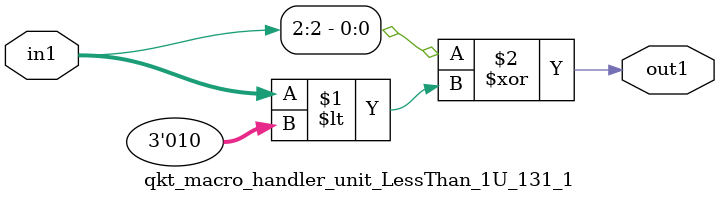
<source format=v>

`timescale 1ps / 1ps


module qkt_macro_handler_unit_LessThan_1U_131_1( in1, out1 );

    input [2:0] in1;
    output out1;

    
    // rtl_process:qkv_macro_handler_hub_LessThan_1U_68_1/qkv_macro_handler_hub_LessThan_1U_68_1_thread_1
    assign out1 = (in1[2] ^ in1 < 3'd2);

endmodule





</source>
